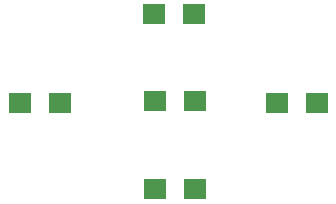
<source format=gbr>
%TF.GenerationSoftware,KiCad,Pcbnew,(6.0.1)*%
%TF.CreationDate,2022-04-28T08:04:20-05:00*%
%TF.ProjectId,AddOnBoard,4164644f-6e42-46f6-9172-642e6b696361,rev?*%
%TF.SameCoordinates,Original*%
%TF.FileFunction,Paste,Top*%
%TF.FilePolarity,Positive*%
%FSLAX46Y46*%
G04 Gerber Fmt 4.6, Leading zero omitted, Abs format (unit mm)*
G04 Created by KiCad (PCBNEW (6.0.1)) date 2022-04-28 08:04:20*
%MOMM*%
%LPD*%
G01*
G04 APERTURE LIST*
%ADD10R,1.948000X1.700000*%
G04 APERTURE END LIST*
D10*
%TO.C,btn_center1*%
X111355400Y-120243600D03*
X114755400Y-120243600D03*
%TD*%
%TO.C,btn_Up1*%
X111330000Y-112953800D03*
X114730000Y-112953800D03*
%TD*%
%TO.C,btn_right1*%
X121693200Y-120472200D03*
X125093200Y-120472200D03*
%TD*%
%TO.C,btn_left1*%
X99925400Y-120472200D03*
X103325400Y-120472200D03*
%TD*%
%TO.C,btn_down1*%
X111380800Y-127736600D03*
X114780800Y-127736600D03*
%TD*%
M02*

</source>
